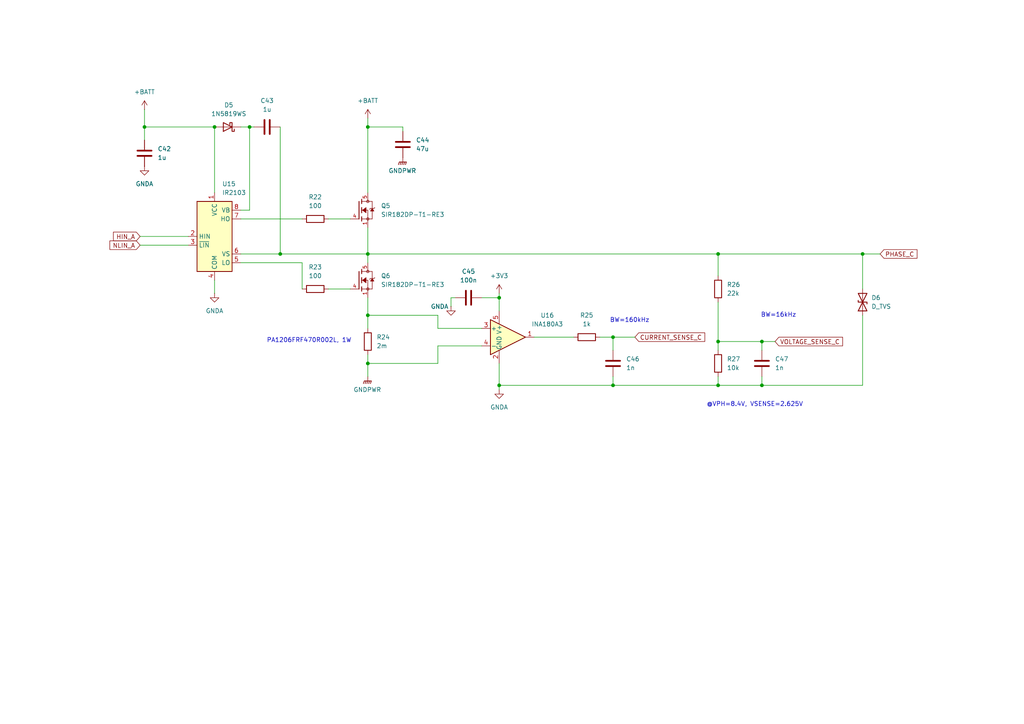
<source format=kicad_sch>
(kicad_sch (version 20231120) (generator "eeschema") (generator_version "8.0")
  (paper "A4")
  (title_block (title "Active Drag System") (company "Rocketry at Virginia Tech"))
  (lib_symbols
    (symbol "Amplifier_Current:INA180A3" (pin_names (offset 0.127))
      (property "Reference" "U" (at 3.81 3.81 0))
      (property "Value" "INA180A3" (at 3.81 -2.54 0))
      (symbol "INA180A3_0_1"
        (polyline (pts (xy 5.08 0) (xy -5.08 5.08) (xy -5.08 -5.08) (xy 5.08 0)) (stroke (width 0.254)) (fill (type background)))
      )
      (symbol "INA180A3_1_1"
        (pin output line (at 7.62 0 180) (length 2.54) (name "~") (number "1"))
        (pin power_in line (at -2.54 -7.62 90) (length 3.81) (name "GND") (number "2"))
        (pin input line (at -7.62 2.54 0) (length 2.54) (name "+") (number "3"))
        (pin input line (at -7.62 -2.54 0) (length 2.54) (name "-") (number "4"))
        (pin power_in line (at -2.54 7.62 270) (length 3.81) (name "V+") (number "5"))
      )
    )
    (symbol "Device:C" (pin_numbers hide) (pin_names (offset 0.254))
      (property "Reference" "C" (at 0.635 2.54 0))
      (property "Value" "C" (at 0.635 -2.54 0))
      (symbol "C_0_1"
        (polyline (pts (xy -2.032 -0.762) (xy 2.032 -0.762)) (stroke (width 0.508)))
        (polyline (pts (xy -2.032 0.762) (xy 2.032 0.762)) (stroke (width 0.508)))
      )
      (symbol "C_1_1"
        (pin passive line (at 0 3.81 270) (length 2.794) (name "~") (number "1"))
        (pin passive line (at 0 -3.81 90) (length 2.794) (name "~") (number "2"))
      )
    )
    (symbol "Device:D_TVS" (pin_numbers hide) (pin_names (offset 1.016) hide)
      (property "Reference" "D" (at 0 2.54 0))
      (property "Value" "D_TVS" (at 0 -2.54 0))
      (symbol "D_TVS_0_1"
        (polyline (pts (xy 1.27 0) (xy -1.27 0)))
        (polyline (pts (xy 0.508 1.27) (xy 0 1.27) (xy 0 -1.27) (xy -0.508 -1.27)) (stroke (width 0.254)))
        (polyline (pts (xy -2.54 1.27) (xy -2.54 -1.27) (xy 2.54 1.27) (xy 2.54 -1.27) (xy -2.54 1.27)) (stroke (width 0.254)))
      )
      (symbol "D_TVS_1_1"
        (pin passive line (at -3.81 0 0) (length 2.54) (name "A1") (number "1"))
        (pin passive line (at 3.81 0 180) (length 2.54) (name "A2") (number "2"))
      )
    )
    (symbol "Device:R" (pin_numbers hide) (pin_names (offset 0))
      (property "Reference" "R" (at 2.032 0 90))
      (property "Value" "R" (at 0 0 90))
      (symbol "R_0_1"
        (rectangle (start -1.016 -2.54) (end 1.016 2.54) (stroke (width 0.254)))
      )
      (symbol "R_1_1"
        (pin passive line (at 0 3.81 270) (length 1.27) (name "~") (number "1"))
        (pin passive line (at 0 -3.81 90) (length 1.27) (name "~") (number "2"))
      )
    )
    (symbol "Diode:1N5819WS" (pin_numbers hide) (pin_names (offset 1.016) hide)
      (property "Reference" "D" (at 0 2.54 0))
      (property "Value" "1N5819WS" (at 0 -2.54 0))
      (symbol "1N5819WS_0_1"
        (polyline (pts (xy 1.27 0) (xy -1.27 0)))
        (polyline (pts (xy 1.27 1.27) (xy 1.27 -1.27) (xy -1.27 0) (xy 1.27 1.27)) (stroke (width 0.254)))
        (polyline (pts (xy -1.905 0.635) (xy -1.905 1.27) (xy -1.27 1.27) (xy -1.27 -1.27) (xy -0.635 -1.27) (xy -0.635 -0.635)) (stroke (width 0.254)))
      )
      (symbol "1N5819WS_1_1"
        (pin passive line (at -3.81 0 0) (length 2.54) (name "K") (number "1"))
        (pin passive line (at 3.81 0 180) (length 2.54) (name "A") (number "2"))
      )
    )
    (symbol "Driver_FET:IR2103"
      (property "Reference" "U" (at 1.27 13.335 0))
      (property "Value" "IR2103" (at 1.27 11.43 0))
      (symbol "IR2103_0_1"
        (rectangle (start -5.08 -10.16) (end 5.08 10.16) (stroke (width 0.254)) (fill (type background)))
      )
      (symbol "IR2103_1_1"
        (pin power_in line (at 0 12.7 270) (length 2.54) (name "VCC") (number "1"))
        (pin input line (at -7.62 0 0) (length 2.54) (name "HIN") (number "2"))
        (pin input line (at -7.62 -2.54 0) (length 2.54) (name "~{LIN}") (number "3"))
        (pin power_in line (at 0 -12.7 90) (length 2.54) (name "COM") (number "4"))
        (pin output line (at 7.62 -7.62 180) (length 2.54) (name "LO") (number "5"))
        (pin passive line (at 7.62 -5.08 180) (length 2.54) (name "VS") (number "6"))
        (pin output line (at 7.62 5.08 180) (length 2.54) (name "HO") (number "7"))
        (pin passive line (at 7.62 7.62 180) (length 2.54) (name "VB") (number "8"))
      )
    )
    (symbol "SIR182DP-T1-RE3:SIR182DP-T1-RE3" (pin_names (offset 1.016))
      (property "Reference" "Q" (at -8.89 2.54 0))
      (property "Value" "SIR182DP-T1-RE3" (at -8.89 -7.62 0))
      (symbol "SIR182DP-T1-RE3_0_0"
        (polyline (pts (xy 0 2.54) (xy 0 -2.54)) (stroke (width 0.254)))
        (polyline (pts (xy 0.762 -2.54) (xy 0.762 -3.175)) (stroke (width 0.254)))
        (polyline (pts (xy 0.762 -1.905) (xy 0.762 -2.54)) (stroke (width 0.254)))
        (polyline (pts (xy 0.762 0) (xy 0.762 -0.762)) (stroke (width 0.254)))
        (polyline (pts (xy 0.762 0) (xy 2.54 0)) (stroke (width 0.1524)))
        (polyline (pts (xy 0.762 0.762) (xy 0.762 0)) (stroke (width 0.254)))
        (polyline (pts (xy 0.762 2.54) (xy 0.762 1.905)) (stroke (width 0.254)))
        (polyline (pts (xy 0.762 2.54) (xy 3.81 2.54)) (stroke (width 0.1524)))
        (polyline (pts (xy 0.762 3.175) (xy 0.762 2.54)) (stroke (width 0.254)))
        (polyline (pts (xy 2.54 -2.54) (xy 0.762 -2.54)) (stroke (width 0.1524)))
        (polyline (pts (xy 2.54 -2.54) (xy 3.81 -2.54)) (stroke (width 0.1524)))
        (polyline (pts (xy 2.54 0) (xy 2.54 -2.54)) (stroke (width 0.1524)))
        (polyline (pts (xy 3.302 0.508) (xy 3.048 0.254)) (stroke (width 0.1524)))
        (polyline (pts (xy 3.81 0.508) (xy 3.302 0.508)) (stroke (width 0.1524)))
        (polyline (pts (xy 3.81 0.508) (xy 3.81 -2.54)) (stroke (width 0.1524)))
        (polyline (pts (xy 3.81 2.54) (xy 3.81 0.508)) (stroke (width 0.1524)))
        (polyline (pts (xy 4.318 0.508) (xy 3.81 0.508)) (stroke (width 0.1524)))
        (polyline (pts (xy 4.572 0.762) (xy 4.318 0.508)) (stroke (width 0.1524)))
        (polyline (pts (xy 1.016 0) (xy 2.032 0.762) (xy 2.032 -0.762) (xy 1.016 0)) (stroke (width 0.1524)) (fill (type outline)))
        (polyline (pts (xy 3.81 0.508) (xy 3.302 -0.254) (xy 4.318 -0.254) (xy 3.81 0.508)) (stroke (width 0.1524)) (fill (type outline)))
        (circle (center 2.54 -2.54) (radius 0.3592))
        (circle (center 2.54 2.54) (radius 0.3592))
        (pin passive line (at 2.54 -5.08 90) (length 2.54) (name "~") (number "1"))
        (pin passive line (at -2.54 -2.54 0) (length 2.54) (name "~") (number "4"))
        (pin passive line (at 2.54 5.08 270) (length 2.54) (name "~") (number "5"))
      )
    )
    (symbol "power:+3V3" (power) (pin_numbers hide) (pin_names (offset 0) hide)
      (property "Value" "+3V3" (at 0 3.556 0))
      (symbol "+3V3_0_1"
        (polyline (pts (xy -0.762 1.27) (xy 0 2.54)))
        (polyline (pts (xy 0 0) (xy 0 2.54)))
        (polyline (pts (xy 0 2.54) (xy 0.762 1.27)))
      )
      (symbol "+3V3_1_1"
        (pin power_in line (at 0 0 90) (length 0) (name "~") (number "1"))
      )
    )
    (symbol "power:+BATT" (power) (pin_numbers hide) (pin_names (offset 0) hide)
      (property "Value" "+BATT" (at 0 3.556 0))
      (symbol "+BATT_0_1"
        (polyline (pts (xy -0.762 1.27) (xy 0 2.54)))
        (polyline (pts (xy 0 0) (xy 0 2.54)))
        (polyline (pts (xy 0 2.54) (xy 0.762 1.27)))
      )
      (symbol "+BATT_1_1"
        (pin power_in line (at 0 0 90) (length 0) (name "~") (number "1"))
      )
    )
    (symbol "power:GNDA" (power) (pin_numbers hide) (pin_names (offset 0) hide)
      (property "Value" "GNDA" (at 0 -3.81 0))
      (symbol "GNDA_0_1"
        (polyline (pts (xy 0 0) (xy 0 -1.27) (xy 1.27 -1.27) (xy 0 -2.54) (xy -1.27 -1.27) (xy 0 -1.27)))
      )
      (symbol "GNDA_1_1"
        (pin power_in line (at 0 0 270) (length 0) (name "~") (number "1"))
      )
    )
    (symbol "power:GNDPWR" (power) (pin_numbers hide) (pin_names (offset 0) hide)
      (property "Value" "GNDPWR" (at 0 -3.302 0))
      (symbol "GNDPWR_0_1"
        (polyline (pts (xy 0 -1.27) (xy 0 0)))
        (polyline (pts (xy -1.016 -1.27) (xy -1.27 -2.032) (xy -1.27 -2.032)) (stroke (width 0.2032)))
        (polyline (pts (xy -0.508 -1.27) (xy -0.762 -2.032) (xy -0.762 -2.032)) (stroke (width 0.2032)))
        (polyline (pts (xy 0 -1.27) (xy -0.254 -2.032) (xy -0.254 -2.032)) (stroke (width 0.2032)))
        (polyline (pts (xy 0.508 -1.27) (xy 0.254 -2.032) (xy 0.254 -2.032)) (stroke (width 0.2032)))
        (polyline (pts (xy 1.016 -1.27) (xy -1.016 -1.27) (xy -1.016 -1.27)) (stroke (width 0.2032)))
        (polyline (pts (xy 1.016 -1.27) (xy 0.762 -2.032) (xy 0.762 -2.032) (xy 0.762 -2.032)) (stroke (width 0.2032)))
      )
      (symbol "GNDPWR_1_1"
        (pin power_in line (at 0 0 270) (length 0) (name "~") (number "1"))
      )
    )
  )
  (junction (at 106.68 73.66))
  (junction (at 62.23 36.83))
  (junction (at 177.8 97.79))
  (junction (at 220.98 99.06))
  (junction (at 177.8 111.76))
  (junction (at 81.28 73.66))
  (junction (at 208.28 99.06))
  (junction (at 106.68 91.44))
  (junction (at 72.39 36.83))
  (junction (at 220.98 111.76))
  (junction (at 41.91 36.83))
  (junction (at 250.19 73.66))
  (junction (at 208.28 73.66))
  (junction (at 144.78 86.36))
  (junction (at 144.78 111.76))
  (junction (at 208.28 111.76))
  (junction (at 106.68 36.83))
  (junction (at 106.68 105.41))
  (wire (pts (xy 62.23 81.28) (xy 62.23 85.09)))
  (wire (pts (xy 144.78 111.76) (xy 177.8 111.76)))
  (wire (pts (xy 41.91 31.75) (xy 41.91 36.83)))
  (wire (pts (xy 220.98 101.6) (xy 220.98 99.06)))
  (wire (pts (xy 208.28 99.06) (xy 208.28 101.6)))
  (wire (pts (xy 106.68 105.41) (xy 106.68 109.22)))
  (wire (pts (xy 62.23 36.83) (xy 62.23 55.88)))
  (wire (pts (xy 208.28 109.22) (xy 208.28 111.76)))
  (wire (pts (xy 72.39 36.83) (xy 72.39 60.96)))
  (wire (pts (xy 220.98 99.06) (xy 208.28 99.06)))
  (wire (pts (xy 144.78 111.76) (xy 144.78 113.03)))
  (wire (pts (xy 208.28 87.63) (xy 208.28 99.06)))
  (wire (pts (xy 220.98 109.22) (xy 220.98 111.76)))
  (wire (pts (xy 40.64 68.58) (xy 54.61 68.58)))
  (wire (pts (xy 106.68 73.66) (xy 208.28 73.66)))
  (wire (pts (xy 177.8 97.79) (xy 184.15 97.79)))
  (wire (pts (xy 69.85 76.2) (xy 87.63 76.2)))
  (wire (pts (xy 69.85 60.96) (xy 72.39 60.96)))
  (wire (pts (xy 106.68 91.44) (xy 106.68 95.25)))
  (wire (pts (xy 250.19 83.82) (xy 250.19 73.66)))
  (wire (pts (xy 87.63 76.2) (xy 87.63 83.82)))
  (wire (pts (xy 72.39 36.83) (xy 73.66 36.83)))
  (wire (pts (xy 106.68 105.41) (xy 127 105.41)))
  (wire (pts (xy 116.84 36.83) (xy 116.84 38.1)))
  (wire (pts (xy 139.7 100.33) (xy 127 100.33)))
  (wire (pts (xy 177.8 109.22) (xy 177.8 111.76)))
  (wire (pts (xy 208.28 80.01) (xy 208.28 73.66)))
  (wire (pts (xy 41.91 40.64) (xy 41.91 36.83)))
  (wire (pts (xy 250.19 111.76) (xy 220.98 111.76)))
  (wire (pts (xy 95.25 83.82) (xy 101.6 83.82)))
  (wire (pts (xy 132.08 86.36) (xy 130.81 86.36)))
  (wire (pts (xy 106.68 102.87) (xy 106.68 105.41)))
  (wire (pts (xy 208.28 111.76) (xy 220.98 111.76)))
  (wire (pts (xy 127 95.25) (xy 127 91.44)))
  (wire (pts (xy 220.98 99.06) (xy 224.79 99.06)))
  (wire (pts (xy 106.68 34.29) (xy 106.68 36.83)))
  (wire (pts (xy 144.78 105.41) (xy 144.78 111.76)))
  (wire (pts (xy 177.8 97.79) (xy 177.8 101.6)))
  (wire (pts (xy 69.85 63.5) (xy 87.63 63.5)))
  (wire (pts (xy 40.64 71.12) (xy 54.61 71.12)))
  (wire (pts (xy 173.99 97.79) (xy 177.8 97.79)))
  (wire (pts (xy 41.91 36.83) (xy 62.23 36.83)))
  (wire (pts (xy 154.94 97.79) (xy 166.37 97.79)))
  (wire (pts (xy 106.68 86.36) (xy 106.68 91.44)))
  (wire (pts (xy 95.25 63.5) (xy 101.6 63.5)))
  (wire (pts (xy 139.7 86.36) (xy 144.78 86.36)))
  (wire (pts (xy 106.68 36.83) (xy 106.68 55.88)))
  (wire (pts (xy 144.78 86.36) (xy 144.78 90.17)))
  (wire (pts (xy 144.78 85.09) (xy 144.78 86.36)))
  (wire (pts (xy 106.68 66.04) (xy 106.68 73.66)))
  (wire (pts (xy 106.68 73.66) (xy 106.68 76.2)))
  (wire (pts (xy 250.19 73.66) (xy 255.27 73.66)))
  (wire (pts (xy 139.7 95.25) (xy 127 95.25)))
  (wire (pts (xy 250.19 91.44) (xy 250.19 111.76)))
  (wire (pts (xy 69.85 73.66) (xy 81.28 73.66)))
  (wire (pts (xy 69.85 36.83) (xy 72.39 36.83)))
  (wire (pts (xy 250.19 73.66) (xy 208.28 73.66)))
  (wire (pts (xy 81.28 73.66) (xy 106.68 73.66)))
  (wire (pts (xy 130.81 86.36) (xy 130.81 88.9)))
  (wire (pts (xy 127 100.33) (xy 127 105.41)))
  (wire (pts (xy 208.28 111.76) (xy 177.8 111.76)))
  (wire (pts (xy 106.68 36.83) (xy 116.84 36.83)))
  (wire (pts (xy 106.68 91.44) (xy 127 91.44)))
  (wire (pts (xy 81.28 36.83) (xy 81.28 73.66)))
  (text "PA1206FRF470R002L, 1W" (at 89.662 98.806 0) (effects (font (size 1.27 1.27))))
  (text "BW=16kHz" (at 225.806 91.44 0) (effects (font (size 1.27 1.27))))
  (text "BW=160kHz" (at 182.626 92.964 0) (effects (font (size 1.27 1.27))))
  (text "@VPH=8.4V, VSENSE=2.625V" (at 218.948 117.348 0) (effects (font (size 1.27 1.27))))
  (global_label "PHASE_C" (shape input) (at 255.27 73.66 0) (property "Intersheetrefs" "${INTERSHEET_REFS}" (effects (hide yes))))
  (global_label "CURRENT_SENSE_C" (shape input) (at 184.15 97.79 0) (property "Intersheetrefs" "${INTERSHEET_REFS}" (effects (hide yes))))
  (global_label "VOLTAGE_SENSE_C" (shape input) (at 224.79 99.06 0) (property "Intersheetrefs" "${INTERSHEET_REFS}" (effects (hide yes))))
  (global_label "NLIN_A" (shape input) (at 40.64 71.12 180) (property "Intersheetrefs" "${INTERSHEET_REFS}" (effects (hide yes))))
  (global_label "HIN_A" (shape input) (at 40.64 68.58 180) (property "Intersheetrefs" "${INTERSHEET_REFS}" (effects (hide yes))))
  (symbol (lib_id "Device:R") (at 91.44 63.5 270) (unit 1)
    (property "Reference" "R22" (at 91.44 57.15 90))
    (property "Value" "100" (at 91.44 59.69 90))
    (property "Description" "Resistor" (effects (hide yes)))
  )
  (symbol (lib_id "Device:C") (at 77.47 36.83 270) (unit 1)
    (property "Reference" "C43" (at 77.47 29.21 90))
    (property "Value" "1u" (at 77.47 31.75 90))
    (property "Description" "Unpolarized capacitor" (effects (hide yes)))
  )
  (symbol (lib_id "power:GNDA") (at 130.81 88.9 0) (unit 1)
    (property "Reference" "#PWR042" (effects (hide yes)))
    (property "Value" "GNDA" (at 127.508 88.9 0))
    (property "Description" "Power symbol creates a global label with name \"GNDA\" , analog ground" (effects (hide yes)))
  )
  (symbol (lib_id "Device:C") (at 135.89 86.36 270) (unit 1)
    (property "Reference" "C45" (at 135.89 78.74 90))
    (property "Value" "100n" (at 135.89 81.28 90))
    (property "Description" "Unpolarized capacitor" (effects (hide yes)))
  )
  (symbol (lib_id "SIR182DP-T1-RE3:SIR182DP-T1-RE3") (at 104.14 81.28 0) (unit 1)
    (property "Reference" "Q6" (at 110.49 80.0099 0) (effects (justify left)))
    (property "Value" "SIR182DP-T1-RE3" (at 110.49 82.5499 0) (effects (justify left)))
    (property "Footprint" "SIR182DP-T1-RE3:TRANS_SIR182DP-T1-RE3" (effects (hide yes)))
    (property "PARTREV" "B" (effects (hide yes)))
    (property "MF" "Vishay" (effects (hide yes)))
    (property "STANDARD" "Manufacturer Recommendations" (effects (hide yes)))
  )
  (symbol (lib_id "SIR182DP-T1-RE3:SIR182DP-T1-RE3") (at 104.14 60.96 0) (unit 1)
    (property "Reference" "Q5" (at 110.49 59.6899 0) (effects (justify left)))
    (property "Value" "SIR182DP-T1-RE3" (at 110.49 62.2299 0) (effects (justify left)))
    (property "Footprint" "SIR182DP-T1-RE3:TRANS_SIR182DP-T1-RE3" (effects (hide yes)))
    (property "PARTREV" "B" (effects (hide yes)))
    (property "MF" "Vishay" (effects (hide yes)))
    (property "STANDARD" "Manufacturer Recommendations" (effects (hide yes)))
  )
  (symbol (lib_id "power:GNDA") (at 41.91 48.26 0) (unit 1)
    (property "Reference" "#PWR039" (effects (hide yes)))
    (property "Value" "GNDA" (at 41.91 53.34 0))
    (property "Description" "Power symbol creates a global label with name \"GNDA\" , analog ground" (effects (hide yes)))
  )
  (symbol (lib_id "power:+BATT") (at 41.91 31.75 0) (unit 1)
    (property "Reference" "#PWR034" (effects (hide yes)))
    (property "Value" "+BATT" (at 41.91 26.67 0))
    (property "Description" "Power symbol creates a global label with name \"+BATT\"" (effects (hide yes)))
  )
  (symbol (lib_id "Device:C") (at 177.8 105.41 0) (unit 1)
    (property "Reference" "C46" (at 181.61 104.1399 0) (effects (justify left)))
    (property "Value" "1n" (at 181.61 106.6799 0) (effects (justify left)))
    (property "Description" "Unpolarized capacitor" (effects (hide yes)))
  )
  (symbol (lib_id "Device:R") (at 106.68 99.06 0) (unit 1)
    (property "Reference" "R24" (at 109.22 97.7899 0) (effects (justify left)))
    (property "Value" "2m" (at 109.22 100.3299 0) (effects (justify left)))
    (property "Description" "Resistor" (effects (hide yes)))
  )
  (symbol (lib_id "power:+3V3") (at 144.78 85.09 0) (unit 1)
    (property "Reference" "#PWR036" (effects (hide yes)))
    (property "Value" "+3V3" (at 144.78 80.01 0))
    (property "Description" "Power symbol creates a global label with name \"+3V3\"" (effects (hide yes)))
  )
  (symbol (lib_id "power:GNDA") (at 144.78 113.03 0) (unit 1)
    (property "Reference" "#PWR037" (effects (hide yes)))
    (property "Value" "GNDA" (at 144.78 118.11 0))
    (property "Description" "Power symbol creates a global label with name \"GNDA\" , analog ground" (effects (hide yes)))
  )
  (symbol (lib_id "Device:R") (at 170.18 97.79 270) (unit 1)
    (property "Reference" "R25" (at 170.18 91.44 90))
    (property "Value" "1k" (at 170.18 93.98 90))
    (property "Description" "Resistor" (effects (hide yes)))
  )
  (symbol (lib_id "Diode:1N5819WS") (at 66.04 36.83 180) (unit 1)
    (property "Reference" "D5" (at 66.3575 30.48 0))
    (property "Value" "1N5819WS" (at 66.3575 33.02 0))
    (property "Footprint" "Diode_SMD:D_SOD-323" (effects (hide yes)))
    (property "Datasheet" "https://datasheet.lcsc.com/lcsc/2204281430_Guangdong-Hottech-1N5819WS_C191023.pdf" (effects (hide yes)))
    (property "Description" "40V 600mV@1A 1A SOD-323 Schottky Barrier Diodes, SOD-323" (effects (hide yes)))
  )
  (symbol (lib_id "Device:C") (at 41.91 44.45 0) (unit 1)
    (property "Reference" "C42" (at 45.72 43.1799 0) (effects (justify left)))
    (property "Value" "1u" (at 45.72 45.7199 0) (effects (justify left)))
    (property "Description" "Unpolarized capacitor" (effects (hide yes)))
  )
  (symbol (lib_id "Device:C") (at 116.84 41.91 0) (unit 1)
    (property "Reference" "C44" (at 120.65 40.6399 0) (effects (justify left)))
    (property "Value" "47u" (at 120.65 43.1799 0) (effects (justify left)))
    (property "Description" "Unpolarized capacitor" (effects (hide yes)))
  )
  (symbol (lib_id "Device:C") (at 220.98 105.41 0) (unit 1)
    (property "Reference" "C47" (at 224.79 104.1399 0) (effects (justify left)))
    (property "Value" "1n" (at 224.79 106.6799 0) (effects (justify left)))
    (property "Description" "Unpolarized capacitor" (effects (hide yes)))
  )
  (symbol (lib_id "Device:R") (at 91.44 83.82 270) (unit 1)
    (property "Reference" "R23" (at 91.44 77.47 90))
    (property "Value" "100" (at 91.44 80.01 90))
    (property "Description" "Resistor" (effects (hide yes)))
  )
  (symbol (lib_id "Driver_FET:IR2103") (at 62.23 68.58 0) (unit 1)
    (property "Reference" "U15" (at 64.4241 53.34 0) (effects (justify left)))
    (property "Value" "IR2103" (at 64.4241 55.88 0) (effects (justify left)))
    (property "Datasheet" "https://www.infineon.com/dgdl/ir2103.pdf?fileId=5546d462533600a4015355c7b54b166f" (effects (hide yes)))
    (property "Description" "Half-Bridge Driver, 600V, 210/360mA, PDIP-8/SOIC-8" (effects (hide yes)))
  )
  (symbol (lib_id "Device:D_TVS") (at 250.19 87.63 90) (unit 1)
    (property "Reference" "D6" (at 252.73 86.3599 90) (effects (justify right)))
    (property "Value" "D_TVS" (at 252.73 88.8999 90) (effects (justify right)))
    (property "Description" "Bidirectional transient-voltage-suppression diode" (effects (hide yes)))
  )
  (symbol (lib_id "Amplifier_Current:INA180A3") (at 147.32 97.79 0) (unit 1)
    (property "Reference" "U16" (at 158.75 91.4714 0))
    (property "Value" "INA180A3" (at 158.75 94.0114 0))
    (property "Footprint" "Package_TO_SOT_SMD:SOT-23-5" (effects (hide yes)))
    (property "Datasheet" "http://www.ti.com/lit/ds/symlink/ina180.pdf" (effects (hide yes)))
    (property "Description" "Current Sense Amplifier, 1 Circuit, Rail-to-Rail, 26V, Gain 100 V/V, SOT-23-5" (effects (hide yes)))
  )
  (symbol (lib_id "Device:R") (at 208.28 105.41 0) (unit 1)
    (property "Reference" "R27" (at 210.82 104.1399 0) (effects (justify left)))
    (property "Value" "10k" (at 210.82 106.6799 0) (effects (justify left)))
    (property "Description" "Resistor" (effects (hide yes)))
  )
  (symbol (lib_id "Device:R") (at 208.28 83.82 0) (unit 1)
    (property "Reference" "R26" (at 210.82 82.5499 0) (effects (justify left)))
    (property "Value" "22k" (at 210.82 85.0899 0) (effects (justify left)))
    (property "Description" "Resistor" (effects (hide yes)))
  )
  (symbol (lib_id "power:GNDPWR") (at 106.68 109.22 0) (unit 1)
    (property "Reference" "#PWR041" (effects (hide yes)))
    (property "Value" "GNDPWR" (at 106.553 113.03 0))
    (property "Description" "Power symbol creates a global label with name \"GNDPWR\" , global ground" (effects (hide yes)))
  )
  (symbol (lib_id "power:GNDA") (at 62.23 85.09 0) (unit 1)
    (property "Reference" "#PWR038" (effects (hide yes)))
    (property "Value" "GNDA" (at 62.23 90.17 0))
    (property "Description" "Power symbol creates a global label with name \"GNDA\" , analog ground" (effects (hide yes)))
  )
  (symbol (lib_id "power:+BATT") (at 106.68 34.29 0) (unit 1)
    (property "Reference" "#PWR035" (effects (hide yes)))
    (property "Value" "+BATT" (at 106.68 29.21 0))
    (property "Description" "Power symbol creates a global label with name \"+BATT\"" (effects (hide yes)))
  )
  (symbol (lib_id "power:GNDPWR") (at 116.84 45.72 0) (unit 1)
    (property "Reference" "#PWR040" (effects (hide yes)))
    (property "Value" "GNDPWR" (at 116.713 49.53 0))
    (property "Description" "Power symbol creates a global label with name \"GNDPWR\" , global ground" (effects (hide yes)))
  )
)
</source>
